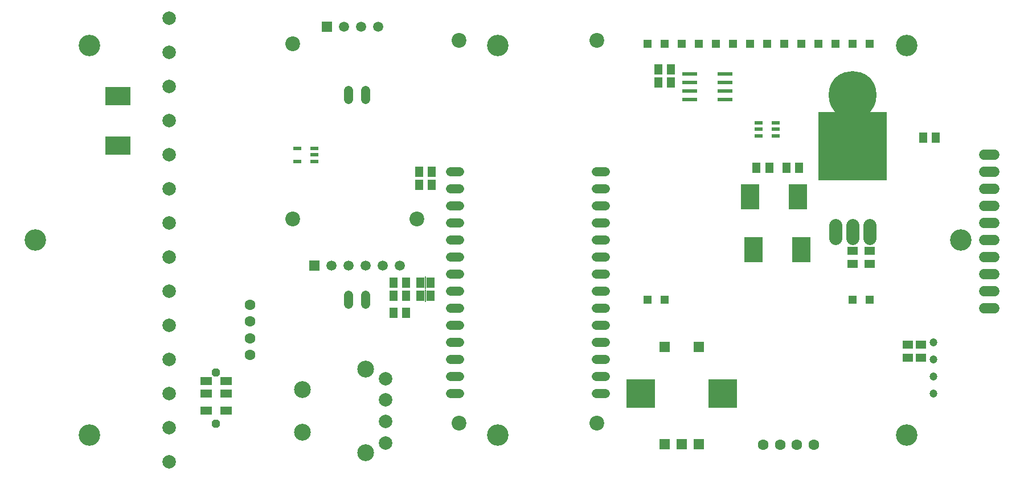
<source format=gbr>
G04 EAGLE Gerber RS-274X export*
G75*
%MOMM*%
%FSLAX34Y34*%
%LPD*%
%INSoldermask Bottom*%
%IPPOS*%
%AMOC8*
5,1,8,0,0,1.08239X$1,22.5*%
G01*
%ADD10C,3.200000*%
%ADD11R,10.160000X10.160000*%
%ADD12C,2.200000*%
%ADD13C,1.350000*%
%ADD14R,1.300000X1.300000*%
%ADD15C,2.500000*%
%ADD16C,2.000000*%
%ADD17R,1.500000X1.500000*%
%ADD18R,4.200000X4.200000*%
%ADD19C,1.600000*%
%ADD20C,1.371600*%
%ADD21R,1.800000X1.200000*%
%ADD22R,1.300000X1.500000*%
%ADD23R,1.168400X1.600200*%
%ADD24R,0.152400X1.828800*%
%ADD25P,1.319650X8X112.500000*%
%ADD26C,1.500000*%
%ADD27C,1.905000*%
%ADD28C,7.112000*%
%ADD29R,2.794000X3.810000*%
%ADD30R,1.500000X1.300000*%
%ADD31C,1.524000*%
%ADD32R,1.200000X0.550000*%
%ADD33R,2.200000X0.600000*%
%ADD34R,1.200000X0.600000*%
%ADD35C,1.200000*%
%ADD36R,3.800000X2.800000*%


D10*
X67500Y355600D03*
X1443800Y355600D03*
X1363150Y645600D03*
X755650Y65600D03*
X755650Y645600D03*
X148150Y645600D03*
X148150Y65600D03*
X1363150Y65600D03*
D11*
X1282700Y495300D03*
D12*
X697600Y653300D03*
X697600Y83300D03*
X902600Y83300D03*
X902600Y653300D03*
D13*
X698500Y127000D02*
X685000Y127000D01*
X901700Y127000D02*
X915200Y127000D01*
X698500Y152400D02*
X685000Y152400D01*
X685000Y177800D02*
X698500Y177800D01*
X698500Y203200D02*
X685000Y203200D01*
X685000Y228600D02*
X698500Y228600D01*
X698500Y254000D02*
X685000Y254000D01*
X685000Y279400D02*
X698500Y279400D01*
X698500Y304800D02*
X685000Y304800D01*
X685000Y330200D02*
X698500Y330200D01*
X698500Y355600D02*
X685000Y355600D01*
X685000Y381000D02*
X698500Y381000D01*
X698500Y406400D02*
X685000Y406400D01*
X685000Y431800D02*
X698500Y431800D01*
X698500Y457200D02*
X685000Y457200D01*
X901700Y152400D02*
X915200Y152400D01*
X915200Y177800D02*
X901700Y177800D01*
X901700Y203200D02*
X915200Y203200D01*
X915200Y228600D02*
X901700Y228600D01*
X901700Y254000D02*
X915200Y254000D01*
X915200Y279400D02*
X901700Y279400D01*
X901700Y304800D02*
X915200Y304800D01*
X915200Y330200D02*
X901700Y330200D01*
X901700Y355600D02*
X915200Y355600D01*
X915200Y381000D02*
X901700Y381000D01*
X901700Y406400D02*
X915200Y406400D01*
X915200Y431800D02*
X901700Y431800D01*
X901700Y457200D02*
X915200Y457200D01*
D14*
X1308100Y647700D03*
X1282700Y647700D03*
X1257300Y647700D03*
X1231900Y647700D03*
X1206500Y647700D03*
X1181100Y647700D03*
X1155700Y647700D03*
X1130300Y647700D03*
X1104900Y647700D03*
X1079500Y647700D03*
X1054100Y647700D03*
X1028700Y647700D03*
X1003300Y647700D03*
X977900Y647700D03*
X977900Y266700D03*
X1003300Y266700D03*
X1282700Y266700D03*
X1308100Y266700D03*
D15*
X558800Y163600D03*
X464800Y133600D03*
X464800Y69600D03*
X558800Y39600D03*
D16*
X588800Y53600D03*
X588800Y85600D03*
X588800Y117600D03*
X588800Y149600D03*
X266950Y76411D03*
X266950Y25611D03*
X266950Y279611D03*
X266950Y228811D03*
D17*
X1003700Y52000D03*
X1053700Y52000D03*
X1028700Y52000D03*
X1003700Y197000D03*
X1053700Y197000D03*
D18*
X967700Y127000D03*
X1089700Y127000D03*
D16*
X266950Y432011D03*
X266950Y381211D03*
X266950Y330411D03*
X266950Y584411D03*
X266950Y533611D03*
X266950Y482811D03*
X266950Y178011D03*
X266950Y127211D03*
D19*
X1224950Y50800D03*
X1199950Y50800D03*
X1174950Y50800D03*
X1149950Y50800D03*
X387350Y184750D03*
X387350Y209750D03*
X387350Y234750D03*
X387350Y259750D03*
D20*
X558800Y564642D02*
X558800Y578358D01*
X533400Y578358D02*
X533400Y564642D01*
X558800Y273558D02*
X558800Y259842D01*
X533400Y259842D02*
X533400Y273558D01*
D21*
X351540Y146050D03*
X321560Y146050D03*
D22*
X619100Y247650D03*
X600100Y247650D03*
X600100Y292100D03*
X619100Y292100D03*
X600100Y273050D03*
X619100Y273050D03*
D23*
X640080Y273050D03*
X655320Y273050D03*
D24*
X647700Y273050D03*
D23*
X640080Y292100D03*
X655320Y292100D03*
D24*
X647700Y292100D03*
D21*
X351540Y127000D03*
X321560Y127000D03*
X351540Y101600D03*
X321560Y101600D03*
D25*
X336550Y82550D03*
X336550Y158750D03*
D12*
X635000Y387350D03*
X450850Y387350D03*
D17*
X482600Y317500D03*
D26*
X508000Y317500D03*
X533400Y317500D03*
X558800Y317500D03*
X584200Y317500D03*
D17*
X501650Y673100D03*
D26*
X527050Y673100D03*
X552450Y673100D03*
X577850Y673100D03*
X609600Y317500D03*
D12*
X450850Y647700D03*
D27*
X1257300Y377825D02*
X1257300Y358775D01*
X1282700Y358775D02*
X1282700Y377825D01*
X1308100Y377825D02*
X1308100Y358775D01*
D28*
X1282700Y571500D03*
D29*
X1135126Y341630D03*
X1206500Y341630D03*
D22*
X1158850Y463550D03*
X1139850Y463550D03*
X1203300Y463550D03*
X1184300Y463550D03*
D30*
X1308100Y320700D03*
X1308100Y339700D03*
X1282700Y339700D03*
X1282700Y320700D03*
D29*
X1201674Y420370D03*
X1130300Y420370D03*
D16*
X266950Y686011D03*
X266950Y635211D03*
D22*
X638200Y457200D03*
X657200Y457200D03*
X657200Y438150D03*
X638200Y438150D03*
X1406500Y508000D03*
X1387500Y508000D03*
D31*
X1478280Y482600D02*
X1493520Y482600D01*
X1493520Y457200D02*
X1478280Y457200D01*
X1478280Y431800D02*
X1493520Y431800D01*
X1493520Y406400D02*
X1478280Y406400D01*
X1478280Y381000D02*
X1493520Y381000D01*
X1493520Y355600D02*
X1478280Y355600D01*
X1478280Y330200D02*
X1493520Y330200D01*
X1493520Y304800D02*
X1478280Y304800D01*
X1478280Y279400D02*
X1493520Y279400D01*
X1493520Y254000D02*
X1478280Y254000D01*
D32*
X1168701Y530200D03*
X1168701Y520700D03*
X1168701Y511200D03*
X1142699Y511200D03*
X1142699Y530200D03*
X1142699Y520700D03*
D33*
X1092800Y590550D03*
X1040800Y590550D03*
X1092800Y603250D03*
X1092800Y577850D03*
X1092800Y565150D03*
X1040800Y603250D03*
X1040800Y577850D03*
X1040800Y565150D03*
D22*
X1012800Y590550D03*
X993800Y590550D03*
X993800Y609600D03*
X1012800Y609600D03*
D34*
X482400Y492100D03*
X482400Y482600D03*
X482400Y473100D03*
X457400Y473100D03*
X457400Y492100D03*
D35*
X1403350Y127000D03*
X1403350Y152400D03*
X1403350Y177800D03*
X1403350Y203200D03*
D30*
X1384300Y200000D03*
X1384300Y181000D03*
X1365250Y200000D03*
X1365250Y181000D03*
D36*
X190500Y570400D03*
X190500Y496400D03*
M02*

</source>
